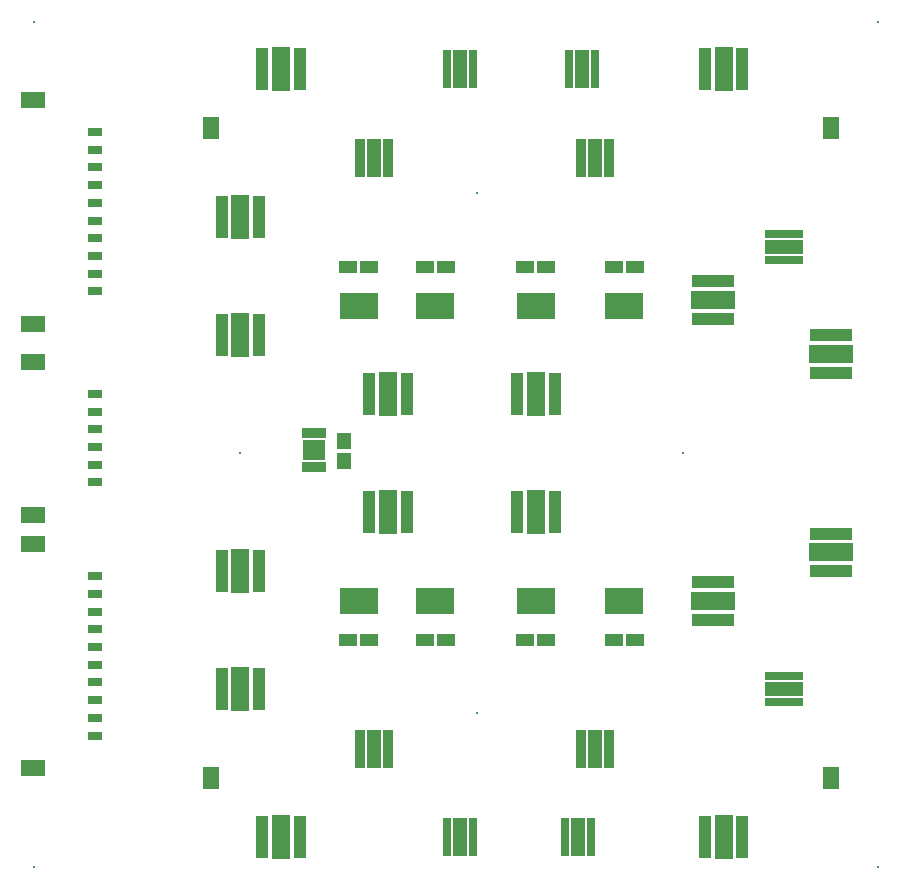
<source format=gts>
%FSLAX25Y25*%
%MOIN*%
G70*
G01*
G75*
G04 Layer_Color=8388736*
%ADD10R,0.07087X0.04921*%
%ADD11R,0.03937X0.02362*%
%ADD12R,0.05315X0.03150*%
%ADD13R,0.11811X0.07874*%
%ADD14R,0.05118X0.13780*%
%ADD15R,0.03543X0.13189*%
%ADD16R,0.04134X0.12205*%
%ADD17R,0.02165X0.12205*%
%ADD18R,0.03937X0.11811*%
%ADD19R,0.02756X0.11811*%
%ADD20R,0.01772X0.06693*%
%ADD21R,0.13189X0.03543*%
%ADD22R,0.13780X0.05118*%
%ADD23R,0.12205X0.04134*%
%ADD24R,0.12205X0.02165*%
%ADD25R,0.06890X0.05709*%
%ADD26R,0.01181X0.02953*%
%ADD27R,0.04000X0.04400*%
%ADD28C,0.02500*%
%ADD29C,0.02000*%
%ADD30C,0.01000*%
%ADD31C,0.01200*%
%ADD32C,0.01969*%
%ADD33C,0.01181*%
%ADD34C,0.00787*%
%ADD35R,0.01969X0.01575*%
%ADD36R,0.02000X0.02000*%
%ADD37R,0.01969X0.01969*%
%ADD38R,0.01870X0.01969*%
%ADD39R,0.01083X0.01083*%
%ADD40R,0.01969X0.01969*%
%ADD41R,0.29528X0.26378*%
%ADD42R,0.27559X0.19685*%
%ADD43R,0.07887X0.05721*%
%ADD44R,0.04737X0.03162*%
%ADD45R,0.06115X0.03950*%
%ADD46R,0.12611X0.08674*%
%ADD47R,0.05918X0.14579*%
%ADD48R,0.04343X0.13989*%
%ADD49R,0.04934X0.13005*%
%ADD50R,0.02965X0.13005*%
%ADD51R,0.04737X0.12611*%
%ADD52R,0.03556X0.12611*%
%ADD53R,0.02572X0.07493*%
%ADD54R,0.13989X0.04343*%
%ADD55R,0.14579X0.05918*%
%ADD56R,0.13005X0.04934*%
%ADD57R,0.13005X0.02965*%
%ADD58R,0.07690X0.06509*%
%ADD59R,0.01981X0.03753*%
%ADD60R,0.04800X0.05200*%
%ADD61R,0.00800X0.00800*%
D43*
X206528Y462323D02*
D03*
Y387677D02*
D03*
Y323988D02*
D03*
Y375012D02*
D03*
Y314248D02*
D03*
Y239602D02*
D03*
D44*
X227000Y439764D02*
D03*
Y433858D02*
D03*
Y427953D02*
D03*
Y422047D02*
D03*
Y416142D02*
D03*
Y410236D02*
D03*
Y404331D02*
D03*
Y398425D02*
D03*
Y445669D02*
D03*
Y451575D02*
D03*
Y334736D02*
D03*
Y340642D02*
D03*
Y346547D02*
D03*
Y352453D02*
D03*
Y358358D02*
D03*
Y364264D02*
D03*
Y291689D02*
D03*
Y285784D02*
D03*
Y279878D02*
D03*
Y273972D02*
D03*
Y268067D02*
D03*
Y262161D02*
D03*
Y256256D02*
D03*
Y250350D02*
D03*
Y297594D02*
D03*
Y303500D02*
D03*
D45*
X318504Y406693D02*
D03*
X311417D02*
D03*
X344094D02*
D03*
X337008D02*
D03*
X407087D02*
D03*
X400000D02*
D03*
X377559D02*
D03*
X370472D02*
D03*
X400000Y282283D02*
D03*
X407087D02*
D03*
X370472D02*
D03*
X377559D02*
D03*
X311417D02*
D03*
X318504D02*
D03*
X337008D02*
D03*
X344094D02*
D03*
D46*
X314961Y393701D02*
D03*
X340551D02*
D03*
X403543D02*
D03*
X374016D02*
D03*
X403543Y295276D02*
D03*
X374016D02*
D03*
X314961D02*
D03*
X340551D02*
D03*
D47*
X324803Y364173D02*
D03*
X374016D02*
D03*
Y324803D02*
D03*
X324803D02*
D03*
X275590Y423228D02*
D03*
Y383858D02*
D03*
X288976Y472441D02*
D03*
X436613D02*
D03*
X288976Y216535D02*
D03*
X436614D02*
D03*
X275590Y265748D02*
D03*
Y305118D02*
D03*
D48*
X331103Y364173D02*
D03*
X318504D02*
D03*
X380316D02*
D03*
X367717D02*
D03*
X367716Y324803D02*
D03*
X380315D02*
D03*
X318503D02*
D03*
X331102D02*
D03*
X269291Y423228D02*
D03*
X281891D02*
D03*
X269291Y383858D02*
D03*
X281891D02*
D03*
X282676Y472441D02*
D03*
X295276D02*
D03*
X430314D02*
D03*
X442913D02*
D03*
X295276Y216535D02*
D03*
X282676D02*
D03*
X442913D02*
D03*
X430314D02*
D03*
X281890Y265748D02*
D03*
X269290D02*
D03*
X281890Y305118D02*
D03*
X269290D02*
D03*
D49*
X348819Y472441D02*
D03*
X389370D02*
D03*
X388189Y216535D02*
D03*
X348819D02*
D03*
D50*
X353150Y472441D02*
D03*
X344488D02*
D03*
X393701D02*
D03*
X385039D02*
D03*
X383858Y216535D02*
D03*
X392520D02*
D03*
X344488D02*
D03*
X353150D02*
D03*
D51*
X320079Y442913D02*
D03*
X393701D02*
D03*
Y246063D02*
D03*
X320079D02*
D03*
D52*
X324803Y442913D02*
D03*
X315354D02*
D03*
X398425D02*
D03*
X388976D02*
D03*
Y246063D02*
D03*
X398425D02*
D03*
X315354D02*
D03*
X324803D02*
D03*
D53*
X267126Y452756D02*
D03*
X264370D02*
D03*
X473819D02*
D03*
X471063D02*
D03*
Y236221D02*
D03*
X473819D02*
D03*
X264370D02*
D03*
X267126D02*
D03*
D54*
X472441Y383858D02*
D03*
Y371259D02*
D03*
X433071Y401968D02*
D03*
Y389369D02*
D03*
X472441Y317717D02*
D03*
Y305118D02*
D03*
X433071Y301575D02*
D03*
Y288976D02*
D03*
D55*
X472441Y377559D02*
D03*
X433071Y395669D02*
D03*
X472441Y311418D02*
D03*
X433071Y295276D02*
D03*
D56*
X456693Y413386D02*
D03*
Y265748D02*
D03*
D57*
Y409055D02*
D03*
Y417717D02*
D03*
Y261417D02*
D03*
Y270079D02*
D03*
D58*
X300197Y345472D02*
D03*
D59*
X303150Y351181D02*
D03*
X301181D02*
D03*
X299213D02*
D03*
X297244D02*
D03*
X303150Y339764D02*
D03*
X301181D02*
D03*
X299213D02*
D03*
X297244D02*
D03*
D60*
X310236Y341876D02*
D03*
Y348622D02*
D03*
D61*
X354331Y431102D02*
D03*
X423228Y344488D02*
D03*
X354331Y257874D02*
D03*
X275590Y344488D02*
D03*
X206693Y206693D02*
D03*
X488189D02*
D03*
X206693Y488189D02*
D03*
X488189D02*
D03*
M02*

</source>
